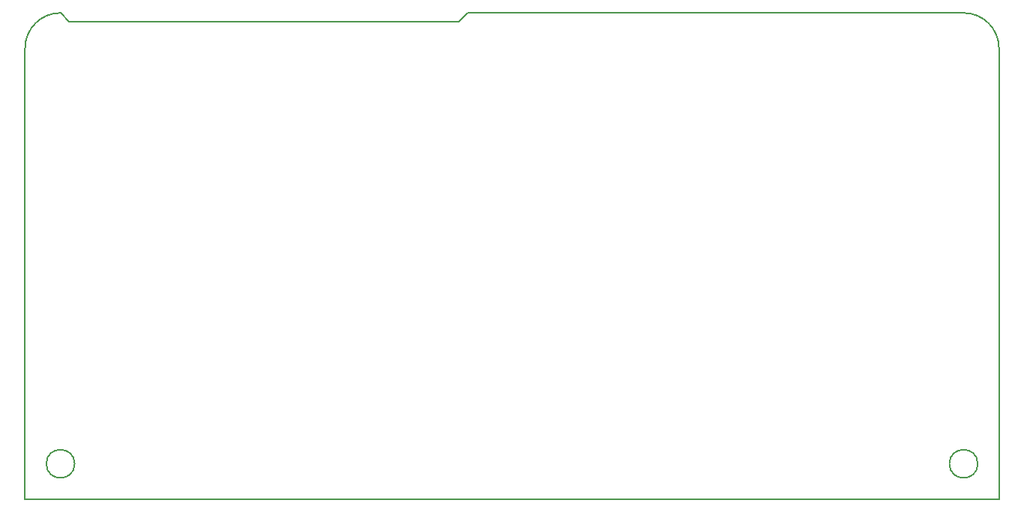
<source format=gbr>
G04 #@! TF.FileFunction,Profile,NP*
%FSLAX46Y46*%
G04 Gerber Fmt 4.6, Leading zero omitted, Abs format (unit mm)*
G04 Created by KiCad (PCBNEW 4.0.6) date 12/04/17 20:43:53*
%MOMM*%
%LPD*%
G01*
G04 APERTURE LIST*
%ADD10C,0.050000*%
%ADD11C,0.150000*%
G04 APERTURE END LIST*
D10*
D11*
X70000000Y-90000000D02*
X70000000Y-39000000D01*
X180000000Y-39000000D02*
X180000000Y-90000000D01*
X120000000Y-35000000D02*
X176000000Y-35000000D01*
X119000000Y-36000000D02*
X120000000Y-35000000D01*
X75000000Y-36000000D02*
X119000000Y-36000000D01*
X74000000Y-35000000D02*
X75000000Y-36000000D01*
X75600000Y-86000000D02*
G75*
G03X75600000Y-86000000I-1600000J0D01*
G01*
X177600000Y-86000000D02*
G75*
G03X177600000Y-86000000I-1600000J0D01*
G01*
X180000000Y-39000000D02*
G75*
G03X176000000Y-35000000I-4000000J0D01*
G01*
X74000000Y-35000000D02*
G75*
G03X70000000Y-39000000I0J-4000000D01*
G01*
X180000000Y-90000000D02*
X70000000Y-90000000D01*
M02*

</source>
